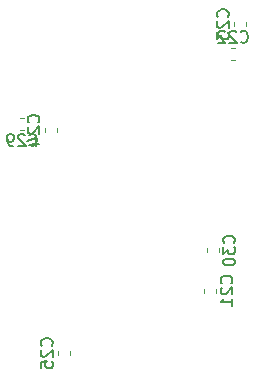
<source format=gbr>
G04 #@! TF.GenerationSoftware,KiCad,Pcbnew,(5.1.2-1)-1*
G04 #@! TF.CreationDate,2022-08-10T15:30:44-04:00*
G04 #@! TF.ProjectId,BassDrum_TR909,42617373-4472-4756-9d5f-54523930392e,rev?*
G04 #@! TF.SameCoordinates,Original*
G04 #@! TF.FileFunction,Legend,Bot*
G04 #@! TF.FilePolarity,Positive*
%FSLAX46Y46*%
G04 Gerber Fmt 4.6, Leading zero omitted, Abs format (unit mm)*
G04 Created by KiCad (PCBNEW (5.1.2-1)-1) date 2022-08-10 15:30:44*
%MOMM*%
%LPD*%
G04 APERTURE LIST*
%ADD10C,0.120000*%
%ADD11C,0.150000*%
G04 APERTURE END LIST*
D10*
X39220000Y-54841267D02*
X39220000Y-54498733D01*
X40240000Y-54841267D02*
X40240000Y-54498733D01*
X23408733Y-43440000D02*
X23751267Y-43440000D01*
X23408733Y-44460000D02*
X23751267Y-44460000D01*
X27680000Y-63198733D02*
X27680000Y-63541267D01*
X26660000Y-63198733D02*
X26660000Y-63541267D01*
X26560000Y-44308733D02*
X26560000Y-44651267D01*
X25540000Y-44308733D02*
X25540000Y-44651267D01*
X42580000Y-35358733D02*
X42580000Y-35701267D01*
X41560000Y-35358733D02*
X41560000Y-35701267D01*
X41631267Y-38570000D02*
X41288733Y-38570000D01*
X41631267Y-37550000D02*
X41288733Y-37550000D01*
X40040000Y-58251267D02*
X40040000Y-57908733D01*
X39020000Y-58251267D02*
X39020000Y-57908733D01*
D11*
X41517142Y-54027142D02*
X41564761Y-53979523D01*
X41612380Y-53836666D01*
X41612380Y-53741428D01*
X41564761Y-53598571D01*
X41469523Y-53503333D01*
X41374285Y-53455714D01*
X41183809Y-53408095D01*
X41040952Y-53408095D01*
X40850476Y-53455714D01*
X40755238Y-53503333D01*
X40660000Y-53598571D01*
X40612380Y-53741428D01*
X40612380Y-53836666D01*
X40660000Y-53979523D01*
X40707619Y-54027142D01*
X40612380Y-54360476D02*
X40612380Y-54979523D01*
X40993333Y-54646190D01*
X40993333Y-54789047D01*
X41040952Y-54884285D01*
X41088571Y-54931904D01*
X41183809Y-54979523D01*
X41421904Y-54979523D01*
X41517142Y-54931904D01*
X41564761Y-54884285D01*
X41612380Y-54789047D01*
X41612380Y-54503333D01*
X41564761Y-54408095D01*
X41517142Y-54360476D01*
X40612380Y-55598571D02*
X40612380Y-55693809D01*
X40660000Y-55789047D01*
X40707619Y-55836666D01*
X40802857Y-55884285D01*
X40993333Y-55931904D01*
X41231428Y-55931904D01*
X41421904Y-55884285D01*
X41517142Y-55836666D01*
X41564761Y-55789047D01*
X41612380Y-55693809D01*
X41612380Y-55598571D01*
X41564761Y-55503333D01*
X41517142Y-55455714D01*
X41421904Y-55408095D01*
X41231428Y-55360476D01*
X40993333Y-55360476D01*
X40802857Y-55408095D01*
X40707619Y-55455714D01*
X40660000Y-55503333D01*
X40612380Y-55598571D01*
X24222857Y-45737142D02*
X24270476Y-45784761D01*
X24413333Y-45832380D01*
X24508571Y-45832380D01*
X24651428Y-45784761D01*
X24746666Y-45689523D01*
X24794285Y-45594285D01*
X24841904Y-45403809D01*
X24841904Y-45260952D01*
X24794285Y-45070476D01*
X24746666Y-44975238D01*
X24651428Y-44880000D01*
X24508571Y-44832380D01*
X24413333Y-44832380D01*
X24270476Y-44880000D01*
X24222857Y-44927619D01*
X23841904Y-44927619D02*
X23794285Y-44880000D01*
X23699047Y-44832380D01*
X23460952Y-44832380D01*
X23365714Y-44880000D01*
X23318095Y-44927619D01*
X23270476Y-45022857D01*
X23270476Y-45118095D01*
X23318095Y-45260952D01*
X23889523Y-45832380D01*
X23270476Y-45832380D01*
X22794285Y-45832380D02*
X22603809Y-45832380D01*
X22508571Y-45784761D01*
X22460952Y-45737142D01*
X22365714Y-45594285D01*
X22318095Y-45403809D01*
X22318095Y-45022857D01*
X22365714Y-44927619D01*
X22413333Y-44880000D01*
X22508571Y-44832380D01*
X22699047Y-44832380D01*
X22794285Y-44880000D01*
X22841904Y-44927619D01*
X22889523Y-45022857D01*
X22889523Y-45260952D01*
X22841904Y-45356190D01*
X22794285Y-45403809D01*
X22699047Y-45451428D01*
X22508571Y-45451428D01*
X22413333Y-45403809D01*
X22365714Y-45356190D01*
X22318095Y-45260952D01*
X26097142Y-62727142D02*
X26144761Y-62679523D01*
X26192380Y-62536666D01*
X26192380Y-62441428D01*
X26144761Y-62298571D01*
X26049523Y-62203333D01*
X25954285Y-62155714D01*
X25763809Y-62108095D01*
X25620952Y-62108095D01*
X25430476Y-62155714D01*
X25335238Y-62203333D01*
X25240000Y-62298571D01*
X25192380Y-62441428D01*
X25192380Y-62536666D01*
X25240000Y-62679523D01*
X25287619Y-62727142D01*
X25287619Y-63108095D02*
X25240000Y-63155714D01*
X25192380Y-63250952D01*
X25192380Y-63489047D01*
X25240000Y-63584285D01*
X25287619Y-63631904D01*
X25382857Y-63679523D01*
X25478095Y-63679523D01*
X25620952Y-63631904D01*
X26192380Y-63060476D01*
X26192380Y-63679523D01*
X25192380Y-64584285D02*
X25192380Y-64108095D01*
X25668571Y-64060476D01*
X25620952Y-64108095D01*
X25573333Y-64203333D01*
X25573333Y-64441428D01*
X25620952Y-64536666D01*
X25668571Y-64584285D01*
X25763809Y-64631904D01*
X26001904Y-64631904D01*
X26097142Y-64584285D01*
X26144761Y-64536666D01*
X26192380Y-64441428D01*
X26192380Y-64203333D01*
X26144761Y-64108095D01*
X26097142Y-64060476D01*
X24977142Y-43837142D02*
X25024761Y-43789523D01*
X25072380Y-43646666D01*
X25072380Y-43551428D01*
X25024761Y-43408571D01*
X24929523Y-43313333D01*
X24834285Y-43265714D01*
X24643809Y-43218095D01*
X24500952Y-43218095D01*
X24310476Y-43265714D01*
X24215238Y-43313333D01*
X24120000Y-43408571D01*
X24072380Y-43551428D01*
X24072380Y-43646666D01*
X24120000Y-43789523D01*
X24167619Y-43837142D01*
X24167619Y-44218095D02*
X24120000Y-44265714D01*
X24072380Y-44360952D01*
X24072380Y-44599047D01*
X24120000Y-44694285D01*
X24167619Y-44741904D01*
X24262857Y-44789523D01*
X24358095Y-44789523D01*
X24500952Y-44741904D01*
X25072380Y-44170476D01*
X25072380Y-44789523D01*
X24405714Y-45646666D02*
X25072380Y-45646666D01*
X24024761Y-45408571D02*
X24739047Y-45170476D01*
X24739047Y-45789523D01*
X40997142Y-34887142D02*
X41044761Y-34839523D01*
X41092380Y-34696666D01*
X41092380Y-34601428D01*
X41044761Y-34458571D01*
X40949523Y-34363333D01*
X40854285Y-34315714D01*
X40663809Y-34268095D01*
X40520952Y-34268095D01*
X40330476Y-34315714D01*
X40235238Y-34363333D01*
X40140000Y-34458571D01*
X40092380Y-34601428D01*
X40092380Y-34696666D01*
X40140000Y-34839523D01*
X40187619Y-34887142D01*
X40187619Y-35268095D02*
X40140000Y-35315714D01*
X40092380Y-35410952D01*
X40092380Y-35649047D01*
X40140000Y-35744285D01*
X40187619Y-35791904D01*
X40282857Y-35839523D01*
X40378095Y-35839523D01*
X40520952Y-35791904D01*
X41092380Y-35220476D01*
X41092380Y-35839523D01*
X40092380Y-36172857D02*
X40092380Y-36791904D01*
X40473333Y-36458571D01*
X40473333Y-36601428D01*
X40520952Y-36696666D01*
X40568571Y-36744285D01*
X40663809Y-36791904D01*
X40901904Y-36791904D01*
X40997142Y-36744285D01*
X41044761Y-36696666D01*
X41092380Y-36601428D01*
X41092380Y-36315714D01*
X41044761Y-36220476D01*
X40997142Y-36172857D01*
X42102857Y-36987142D02*
X42150476Y-37034761D01*
X42293333Y-37082380D01*
X42388571Y-37082380D01*
X42531428Y-37034761D01*
X42626666Y-36939523D01*
X42674285Y-36844285D01*
X42721904Y-36653809D01*
X42721904Y-36510952D01*
X42674285Y-36320476D01*
X42626666Y-36225238D01*
X42531428Y-36130000D01*
X42388571Y-36082380D01*
X42293333Y-36082380D01*
X42150476Y-36130000D01*
X42102857Y-36177619D01*
X41721904Y-36177619D02*
X41674285Y-36130000D01*
X41579047Y-36082380D01*
X41340952Y-36082380D01*
X41245714Y-36130000D01*
X41198095Y-36177619D01*
X41150476Y-36272857D01*
X41150476Y-36368095D01*
X41198095Y-36510952D01*
X41769523Y-37082380D01*
X41150476Y-37082380D01*
X40769523Y-36177619D02*
X40721904Y-36130000D01*
X40626666Y-36082380D01*
X40388571Y-36082380D01*
X40293333Y-36130000D01*
X40245714Y-36177619D01*
X40198095Y-36272857D01*
X40198095Y-36368095D01*
X40245714Y-36510952D01*
X40817142Y-37082380D01*
X40198095Y-37082380D01*
X41317142Y-57437142D02*
X41364761Y-57389523D01*
X41412380Y-57246666D01*
X41412380Y-57151428D01*
X41364761Y-57008571D01*
X41269523Y-56913333D01*
X41174285Y-56865714D01*
X40983809Y-56818095D01*
X40840952Y-56818095D01*
X40650476Y-56865714D01*
X40555238Y-56913333D01*
X40460000Y-57008571D01*
X40412380Y-57151428D01*
X40412380Y-57246666D01*
X40460000Y-57389523D01*
X40507619Y-57437142D01*
X40507619Y-57818095D02*
X40460000Y-57865714D01*
X40412380Y-57960952D01*
X40412380Y-58199047D01*
X40460000Y-58294285D01*
X40507619Y-58341904D01*
X40602857Y-58389523D01*
X40698095Y-58389523D01*
X40840952Y-58341904D01*
X41412380Y-57770476D01*
X41412380Y-58389523D01*
X41412380Y-59341904D02*
X41412380Y-58770476D01*
X41412380Y-59056190D02*
X40412380Y-59056190D01*
X40555238Y-58960952D01*
X40650476Y-58865714D01*
X40698095Y-58770476D01*
M02*

</source>
